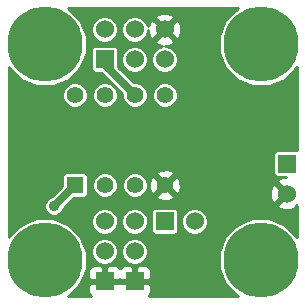
<source format=gbl>
G04 (created by PCBNEW (2013-04-19 BZR 4011)-stable) date 06/06/2013 13:50:22*
%MOIN*%
G04 Gerber Fmt 3.4, Leading zero omitted, Abs format*
%FSLAX34Y34*%
G01*
G70*
G90*
G04 APERTURE LIST*
%ADD10C,2.3622e-006*%
%ADD11R,0.055X0.055*%
%ADD12C,0.055*%
%ADD13R,0.06X0.06*%
%ADD14C,0.06*%
%ADD15C,0.25*%
%ADD16C,0.035*%
%ADD17C,0.025*%
%ADD18C,0.01*%
G04 APERTURE END LIST*
G54D10*
G54D11*
X13400Y-16100D03*
G54D12*
X14400Y-16100D03*
X15400Y-16100D03*
X16400Y-16100D03*
X16400Y-13100D03*
X15400Y-13100D03*
X14400Y-13100D03*
X13400Y-13100D03*
G54D13*
X14400Y-19300D03*
G54D14*
X14400Y-18300D03*
X14400Y-17300D03*
G54D13*
X15400Y-19300D03*
G54D14*
X15400Y-18300D03*
X15400Y-17300D03*
G54D13*
X16400Y-17300D03*
G54D14*
X17400Y-17300D03*
G54D13*
X20460Y-15380D03*
G54D14*
X20460Y-16380D03*
G54D13*
X14400Y-11900D03*
G54D14*
X14400Y-10900D03*
X15400Y-11900D03*
X15400Y-10900D03*
X16400Y-11900D03*
X16400Y-10900D03*
G54D15*
X12400Y-18600D03*
X19600Y-18600D03*
X19600Y-11400D03*
X12400Y-11400D03*
G54D16*
X12700Y-16800D03*
X18200Y-10400D03*
X16800Y-19500D03*
X11540Y-14700D03*
X19940Y-13120D03*
G54D17*
X14400Y-11900D02*
X14400Y-12100D01*
X14400Y-12100D02*
X15400Y-13100D01*
X12700Y-16800D02*
X13400Y-16100D01*
G54D10*
G36*
X20795Y-17826D02*
X20787Y-17807D01*
X20775Y-17795D01*
X20394Y-17413D01*
X19879Y-17200D01*
X19322Y-17199D01*
X18807Y-17412D01*
X18413Y-17805D01*
X18200Y-18320D01*
X18199Y-18877D01*
X18412Y-19392D01*
X18805Y-19786D01*
X18827Y-19795D01*
X17850Y-19795D01*
X17850Y-17210D01*
X17781Y-17045D01*
X17655Y-16918D01*
X17489Y-16850D01*
X17310Y-16849D01*
X17145Y-16918D01*
X17018Y-17044D01*
X16954Y-17198D01*
X16954Y-10981D01*
X16943Y-10763D01*
X16881Y-10612D01*
X16785Y-10584D01*
X16715Y-10655D01*
X16715Y-10514D01*
X16687Y-10418D01*
X16481Y-10345D01*
X16263Y-10356D01*
X16112Y-10418D01*
X16084Y-10514D01*
X16400Y-10829D01*
X16715Y-10514D01*
X16715Y-10655D01*
X16470Y-10900D01*
X16785Y-11215D01*
X16881Y-11187D01*
X16954Y-10981D01*
X16954Y-17198D01*
X16950Y-17210D01*
X16949Y-17389D01*
X17018Y-17554D01*
X17144Y-17681D01*
X17310Y-17749D01*
X17489Y-17750D01*
X17654Y-17681D01*
X17781Y-17555D01*
X17849Y-17389D01*
X17850Y-17210D01*
X17850Y-19795D01*
X16929Y-19795D01*
X16929Y-16175D01*
X16918Y-15967D01*
X16860Y-15827D01*
X16850Y-15824D01*
X16850Y-11810D01*
X16781Y-11645D01*
X16655Y-11518D01*
X16489Y-11450D01*
X16413Y-11450D01*
X16536Y-11443D01*
X16687Y-11381D01*
X16715Y-11285D01*
X16400Y-10970D01*
X16329Y-11041D01*
X16329Y-10900D01*
X16014Y-10584D01*
X15918Y-10612D01*
X15848Y-10807D01*
X15781Y-10645D01*
X15655Y-10518D01*
X15489Y-10450D01*
X15310Y-10449D01*
X15145Y-10518D01*
X15018Y-10644D01*
X14950Y-10810D01*
X14949Y-10989D01*
X15018Y-11154D01*
X15144Y-11281D01*
X15310Y-11349D01*
X15489Y-11350D01*
X15654Y-11281D01*
X15781Y-11155D01*
X15849Y-10989D01*
X15849Y-10913D01*
X15856Y-11036D01*
X15918Y-11187D01*
X16014Y-11215D01*
X16329Y-10900D01*
X16329Y-11041D01*
X16084Y-11285D01*
X16112Y-11381D01*
X16307Y-11451D01*
X16145Y-11518D01*
X16018Y-11644D01*
X15950Y-11810D01*
X15949Y-11989D01*
X16018Y-12154D01*
X16144Y-12281D01*
X16310Y-12349D01*
X16489Y-12350D01*
X16654Y-12281D01*
X16781Y-12155D01*
X16849Y-11989D01*
X16850Y-11810D01*
X16850Y-15824D01*
X16825Y-15817D01*
X16825Y-13015D01*
X16760Y-12859D01*
X16641Y-12739D01*
X16484Y-12675D01*
X16315Y-12674D01*
X16159Y-12739D01*
X16039Y-12858D01*
X15975Y-13015D01*
X15974Y-13184D01*
X16039Y-13340D01*
X16158Y-13460D01*
X16315Y-13524D01*
X16484Y-13525D01*
X16640Y-13460D01*
X16760Y-13341D01*
X16824Y-13184D01*
X16825Y-13015D01*
X16825Y-15817D01*
X16767Y-15802D01*
X16697Y-15873D01*
X16697Y-15732D01*
X16672Y-15639D01*
X16475Y-15570D01*
X16267Y-15581D01*
X16127Y-15639D01*
X16102Y-15732D01*
X16400Y-16029D01*
X16697Y-15732D01*
X16697Y-15873D01*
X16470Y-16100D01*
X16767Y-16397D01*
X16860Y-16372D01*
X16929Y-16175D01*
X16929Y-19795D01*
X16850Y-19795D01*
X16850Y-17570D01*
X16850Y-16970D01*
X16827Y-16915D01*
X16785Y-16872D01*
X16729Y-16850D01*
X16697Y-16849D01*
X16697Y-16467D01*
X16400Y-16170D01*
X16329Y-16241D01*
X16329Y-16100D01*
X16032Y-15802D01*
X15939Y-15827D01*
X15870Y-16024D01*
X15881Y-16232D01*
X15939Y-16372D01*
X16032Y-16397D01*
X16329Y-16100D01*
X16329Y-16241D01*
X16102Y-16467D01*
X16127Y-16560D01*
X16324Y-16629D01*
X16532Y-16618D01*
X16672Y-16560D01*
X16697Y-16467D01*
X16697Y-16849D01*
X16670Y-16849D01*
X16070Y-16849D01*
X16015Y-16872D01*
X15972Y-16914D01*
X15950Y-16970D01*
X15949Y-17029D01*
X15949Y-17629D01*
X15972Y-17684D01*
X16014Y-17727D01*
X16070Y-17749D01*
X16129Y-17750D01*
X16729Y-17750D01*
X16784Y-17727D01*
X16827Y-17685D01*
X16849Y-17629D01*
X16850Y-17570D01*
X16850Y-19795D01*
X15858Y-19795D01*
X15912Y-19741D01*
X15950Y-19649D01*
X15950Y-18950D01*
X15912Y-18858D01*
X15850Y-18796D01*
X15850Y-18210D01*
X15850Y-17210D01*
X15850Y-11810D01*
X15781Y-11645D01*
X15655Y-11518D01*
X15489Y-11450D01*
X15310Y-11449D01*
X15145Y-11518D01*
X15018Y-11644D01*
X14950Y-11810D01*
X14949Y-11989D01*
X15018Y-12154D01*
X15144Y-12281D01*
X15310Y-12349D01*
X15489Y-12350D01*
X15654Y-12281D01*
X15781Y-12155D01*
X15849Y-11989D01*
X15850Y-11810D01*
X15850Y-17210D01*
X15825Y-17150D01*
X15825Y-16015D01*
X15825Y-13015D01*
X15760Y-12859D01*
X15641Y-12739D01*
X15484Y-12675D01*
X15363Y-12674D01*
X14850Y-12161D01*
X14850Y-10810D01*
X14781Y-10645D01*
X14655Y-10518D01*
X14489Y-10450D01*
X14310Y-10449D01*
X14145Y-10518D01*
X14018Y-10644D01*
X13950Y-10810D01*
X13949Y-10989D01*
X14018Y-11154D01*
X14144Y-11281D01*
X14310Y-11349D01*
X14489Y-11350D01*
X14654Y-11281D01*
X14781Y-11155D01*
X14849Y-10989D01*
X14850Y-10810D01*
X14850Y-12161D01*
X14850Y-12161D01*
X14850Y-11570D01*
X14827Y-11515D01*
X14785Y-11472D01*
X14729Y-11450D01*
X14670Y-11449D01*
X14070Y-11449D01*
X14015Y-11472D01*
X13972Y-11514D01*
X13950Y-11570D01*
X13949Y-11629D01*
X13949Y-12229D01*
X13972Y-12284D01*
X14014Y-12327D01*
X14070Y-12349D01*
X14129Y-12350D01*
X14261Y-12350D01*
X14975Y-13063D01*
X14974Y-13184D01*
X15039Y-13340D01*
X15158Y-13460D01*
X15315Y-13524D01*
X15484Y-13525D01*
X15640Y-13460D01*
X15760Y-13341D01*
X15824Y-13184D01*
X15825Y-13015D01*
X15825Y-16015D01*
X15760Y-15859D01*
X15641Y-15739D01*
X15484Y-15675D01*
X15315Y-15674D01*
X15159Y-15739D01*
X15039Y-15858D01*
X14975Y-16015D01*
X14974Y-16184D01*
X15039Y-16340D01*
X15158Y-16460D01*
X15315Y-16524D01*
X15484Y-16525D01*
X15640Y-16460D01*
X15760Y-16341D01*
X15824Y-16184D01*
X15825Y-16015D01*
X15825Y-17150D01*
X15781Y-17045D01*
X15655Y-16918D01*
X15489Y-16850D01*
X15310Y-16849D01*
X15145Y-16918D01*
X15018Y-17044D01*
X14950Y-17210D01*
X14949Y-17389D01*
X15018Y-17554D01*
X15144Y-17681D01*
X15310Y-17749D01*
X15489Y-17750D01*
X15654Y-17681D01*
X15781Y-17555D01*
X15849Y-17389D01*
X15850Y-17210D01*
X15850Y-18210D01*
X15781Y-18045D01*
X15655Y-17918D01*
X15489Y-17850D01*
X15310Y-17849D01*
X15145Y-17918D01*
X15018Y-18044D01*
X14950Y-18210D01*
X14949Y-18389D01*
X15018Y-18554D01*
X15144Y-18681D01*
X15310Y-18749D01*
X15489Y-18750D01*
X15654Y-18681D01*
X15781Y-18555D01*
X15849Y-18389D01*
X15850Y-18210D01*
X15850Y-18796D01*
X15841Y-18788D01*
X15749Y-18750D01*
X15650Y-18749D01*
X15512Y-18750D01*
X15450Y-18812D01*
X15450Y-19250D01*
X15887Y-19250D01*
X15950Y-19187D01*
X15950Y-18950D01*
X15950Y-19649D01*
X15950Y-19412D01*
X15887Y-19350D01*
X15450Y-19350D01*
X15450Y-19357D01*
X15350Y-19357D01*
X15350Y-19350D01*
X15350Y-19250D01*
X15350Y-18812D01*
X15287Y-18750D01*
X15149Y-18749D01*
X15050Y-18750D01*
X14958Y-18788D01*
X14900Y-18846D01*
X14850Y-18796D01*
X14850Y-18210D01*
X14850Y-17210D01*
X14825Y-17150D01*
X14825Y-16015D01*
X14825Y-13015D01*
X14760Y-12859D01*
X14641Y-12739D01*
X14484Y-12675D01*
X14315Y-12674D01*
X14159Y-12739D01*
X14039Y-12858D01*
X13975Y-13015D01*
X13974Y-13184D01*
X14039Y-13340D01*
X14158Y-13460D01*
X14315Y-13524D01*
X14484Y-13525D01*
X14640Y-13460D01*
X14760Y-13341D01*
X14824Y-13184D01*
X14825Y-13015D01*
X14825Y-16015D01*
X14760Y-15859D01*
X14641Y-15739D01*
X14484Y-15675D01*
X14315Y-15674D01*
X14159Y-15739D01*
X14039Y-15858D01*
X13975Y-16015D01*
X13974Y-16184D01*
X14039Y-16340D01*
X14158Y-16460D01*
X14315Y-16524D01*
X14484Y-16525D01*
X14640Y-16460D01*
X14760Y-16341D01*
X14824Y-16184D01*
X14825Y-16015D01*
X14825Y-17150D01*
X14781Y-17045D01*
X14655Y-16918D01*
X14489Y-16850D01*
X14310Y-16849D01*
X14145Y-16918D01*
X14018Y-17044D01*
X13950Y-17210D01*
X13949Y-17389D01*
X14018Y-17554D01*
X14144Y-17681D01*
X14310Y-17749D01*
X14489Y-17750D01*
X14654Y-17681D01*
X14781Y-17555D01*
X14849Y-17389D01*
X14850Y-17210D01*
X14850Y-18210D01*
X14781Y-18045D01*
X14655Y-17918D01*
X14489Y-17850D01*
X14310Y-17849D01*
X14145Y-17918D01*
X14018Y-18044D01*
X13950Y-18210D01*
X13949Y-18389D01*
X14018Y-18554D01*
X14144Y-18681D01*
X14310Y-18749D01*
X14489Y-18750D01*
X14654Y-18681D01*
X14781Y-18555D01*
X14849Y-18389D01*
X14850Y-18210D01*
X14850Y-18796D01*
X14841Y-18788D01*
X14749Y-18750D01*
X14650Y-18749D01*
X14512Y-18750D01*
X14450Y-18812D01*
X14450Y-19250D01*
X14887Y-19250D01*
X14900Y-19237D01*
X14912Y-19250D01*
X15350Y-19250D01*
X15350Y-19350D01*
X14912Y-19350D01*
X14900Y-19362D01*
X14887Y-19350D01*
X14450Y-19350D01*
X14450Y-19357D01*
X14350Y-19357D01*
X14350Y-19350D01*
X14350Y-19250D01*
X14350Y-18812D01*
X14287Y-18750D01*
X14149Y-18749D01*
X14050Y-18750D01*
X13958Y-18788D01*
X13887Y-18858D01*
X13849Y-18950D01*
X13850Y-19187D01*
X13912Y-19250D01*
X14350Y-19250D01*
X14350Y-19350D01*
X13912Y-19350D01*
X13850Y-19412D01*
X13849Y-19649D01*
X13887Y-19741D01*
X13941Y-19795D01*
X13825Y-19795D01*
X13825Y-13015D01*
X13760Y-12859D01*
X13641Y-12739D01*
X13484Y-12675D01*
X13315Y-12674D01*
X13159Y-12739D01*
X13039Y-12858D01*
X12975Y-13015D01*
X12974Y-13184D01*
X13039Y-13340D01*
X13158Y-13460D01*
X13315Y-13524D01*
X13484Y-13525D01*
X13640Y-13460D01*
X13760Y-13341D01*
X13824Y-13184D01*
X13825Y-13015D01*
X13825Y-19795D01*
X13825Y-19795D01*
X13825Y-16345D01*
X13825Y-15795D01*
X13802Y-15740D01*
X13760Y-15697D01*
X13704Y-15675D01*
X13645Y-15674D01*
X13095Y-15674D01*
X13040Y-15697D01*
X12997Y-15739D01*
X12975Y-15795D01*
X12974Y-15854D01*
X12974Y-16136D01*
X12636Y-16474D01*
X12635Y-16474D01*
X12516Y-16524D01*
X12424Y-16615D01*
X12375Y-16735D01*
X12374Y-16864D01*
X12424Y-16983D01*
X12515Y-17075D01*
X12635Y-17124D01*
X12764Y-17125D01*
X12883Y-17075D01*
X12975Y-16984D01*
X13024Y-16864D01*
X13024Y-16863D01*
X13363Y-16525D01*
X13704Y-16525D01*
X13759Y-16502D01*
X13802Y-16460D01*
X13824Y-16404D01*
X13825Y-16345D01*
X13825Y-19795D01*
X13173Y-19795D01*
X13192Y-19787D01*
X13586Y-19394D01*
X13799Y-18879D01*
X13800Y-18322D01*
X13587Y-17807D01*
X13194Y-17413D01*
X12679Y-17200D01*
X12122Y-17199D01*
X11607Y-17412D01*
X11213Y-17805D01*
X11205Y-17827D01*
X11205Y-12173D01*
X11212Y-12192D01*
X11605Y-12586D01*
X12120Y-12799D01*
X12677Y-12800D01*
X13192Y-12587D01*
X13586Y-12194D01*
X13799Y-11679D01*
X13800Y-11122D01*
X13587Y-10607D01*
X13194Y-10213D01*
X13172Y-10205D01*
X18826Y-10205D01*
X18807Y-10212D01*
X18413Y-10605D01*
X18200Y-11120D01*
X18199Y-11677D01*
X18412Y-12192D01*
X18805Y-12586D01*
X19320Y-12799D01*
X19877Y-12800D01*
X20392Y-12587D01*
X20786Y-12194D01*
X20795Y-12172D01*
X20795Y-14932D01*
X20789Y-14930D01*
X20730Y-14929D01*
X20130Y-14929D01*
X20075Y-14952D01*
X20032Y-14994D01*
X20010Y-15050D01*
X20009Y-15109D01*
X20009Y-15709D01*
X20032Y-15764D01*
X20074Y-15807D01*
X20130Y-15829D01*
X20189Y-15830D01*
X20445Y-15830D01*
X20323Y-15836D01*
X20172Y-15898D01*
X20144Y-15994D01*
X20460Y-16309D01*
X20465Y-16303D01*
X20536Y-16374D01*
X20530Y-16380D01*
X20536Y-16385D01*
X20465Y-16456D01*
X20460Y-16450D01*
X20389Y-16521D01*
X20389Y-16380D01*
X20074Y-16064D01*
X19978Y-16092D01*
X19905Y-16298D01*
X19916Y-16516D01*
X19978Y-16667D01*
X20074Y-16695D01*
X20389Y-16380D01*
X20389Y-16521D01*
X20144Y-16765D01*
X20172Y-16861D01*
X20378Y-16934D01*
X20596Y-16923D01*
X20747Y-16861D01*
X20775Y-16765D01*
X20775Y-16765D01*
X20795Y-16785D01*
X20795Y-17826D01*
X20795Y-17826D01*
G37*
G54D18*
X20795Y-17826D02*
X20787Y-17807D01*
X20775Y-17795D01*
X20394Y-17413D01*
X19879Y-17200D01*
X19322Y-17199D01*
X18807Y-17412D01*
X18413Y-17805D01*
X18200Y-18320D01*
X18199Y-18877D01*
X18412Y-19392D01*
X18805Y-19786D01*
X18827Y-19795D01*
X17850Y-19795D01*
X17850Y-17210D01*
X17781Y-17045D01*
X17655Y-16918D01*
X17489Y-16850D01*
X17310Y-16849D01*
X17145Y-16918D01*
X17018Y-17044D01*
X16954Y-17198D01*
X16954Y-10981D01*
X16943Y-10763D01*
X16881Y-10612D01*
X16785Y-10584D01*
X16715Y-10655D01*
X16715Y-10514D01*
X16687Y-10418D01*
X16481Y-10345D01*
X16263Y-10356D01*
X16112Y-10418D01*
X16084Y-10514D01*
X16400Y-10829D01*
X16715Y-10514D01*
X16715Y-10655D01*
X16470Y-10900D01*
X16785Y-11215D01*
X16881Y-11187D01*
X16954Y-10981D01*
X16954Y-17198D01*
X16950Y-17210D01*
X16949Y-17389D01*
X17018Y-17554D01*
X17144Y-17681D01*
X17310Y-17749D01*
X17489Y-17750D01*
X17654Y-17681D01*
X17781Y-17555D01*
X17849Y-17389D01*
X17850Y-17210D01*
X17850Y-19795D01*
X16929Y-19795D01*
X16929Y-16175D01*
X16918Y-15967D01*
X16860Y-15827D01*
X16850Y-15824D01*
X16850Y-11810D01*
X16781Y-11645D01*
X16655Y-11518D01*
X16489Y-11450D01*
X16413Y-11450D01*
X16536Y-11443D01*
X16687Y-11381D01*
X16715Y-11285D01*
X16400Y-10970D01*
X16329Y-11041D01*
X16329Y-10900D01*
X16014Y-10584D01*
X15918Y-10612D01*
X15848Y-10807D01*
X15781Y-10645D01*
X15655Y-10518D01*
X15489Y-10450D01*
X15310Y-10449D01*
X15145Y-10518D01*
X15018Y-10644D01*
X14950Y-10810D01*
X14949Y-10989D01*
X15018Y-11154D01*
X15144Y-11281D01*
X15310Y-11349D01*
X15489Y-11350D01*
X15654Y-11281D01*
X15781Y-11155D01*
X15849Y-10989D01*
X15849Y-10913D01*
X15856Y-11036D01*
X15918Y-11187D01*
X16014Y-11215D01*
X16329Y-10900D01*
X16329Y-11041D01*
X16084Y-11285D01*
X16112Y-11381D01*
X16307Y-11451D01*
X16145Y-11518D01*
X16018Y-11644D01*
X15950Y-11810D01*
X15949Y-11989D01*
X16018Y-12154D01*
X16144Y-12281D01*
X16310Y-12349D01*
X16489Y-12350D01*
X16654Y-12281D01*
X16781Y-12155D01*
X16849Y-11989D01*
X16850Y-11810D01*
X16850Y-15824D01*
X16825Y-15817D01*
X16825Y-13015D01*
X16760Y-12859D01*
X16641Y-12739D01*
X16484Y-12675D01*
X16315Y-12674D01*
X16159Y-12739D01*
X16039Y-12858D01*
X15975Y-13015D01*
X15974Y-13184D01*
X16039Y-13340D01*
X16158Y-13460D01*
X16315Y-13524D01*
X16484Y-13525D01*
X16640Y-13460D01*
X16760Y-13341D01*
X16824Y-13184D01*
X16825Y-13015D01*
X16825Y-15817D01*
X16767Y-15802D01*
X16697Y-15873D01*
X16697Y-15732D01*
X16672Y-15639D01*
X16475Y-15570D01*
X16267Y-15581D01*
X16127Y-15639D01*
X16102Y-15732D01*
X16400Y-16029D01*
X16697Y-15732D01*
X16697Y-15873D01*
X16470Y-16100D01*
X16767Y-16397D01*
X16860Y-16372D01*
X16929Y-16175D01*
X16929Y-19795D01*
X16850Y-19795D01*
X16850Y-17570D01*
X16850Y-16970D01*
X16827Y-16915D01*
X16785Y-16872D01*
X16729Y-16850D01*
X16697Y-16849D01*
X16697Y-16467D01*
X16400Y-16170D01*
X16329Y-16241D01*
X16329Y-16100D01*
X16032Y-15802D01*
X15939Y-15827D01*
X15870Y-16024D01*
X15881Y-16232D01*
X15939Y-16372D01*
X16032Y-16397D01*
X16329Y-16100D01*
X16329Y-16241D01*
X16102Y-16467D01*
X16127Y-16560D01*
X16324Y-16629D01*
X16532Y-16618D01*
X16672Y-16560D01*
X16697Y-16467D01*
X16697Y-16849D01*
X16670Y-16849D01*
X16070Y-16849D01*
X16015Y-16872D01*
X15972Y-16914D01*
X15950Y-16970D01*
X15949Y-17029D01*
X15949Y-17629D01*
X15972Y-17684D01*
X16014Y-17727D01*
X16070Y-17749D01*
X16129Y-17750D01*
X16729Y-17750D01*
X16784Y-17727D01*
X16827Y-17685D01*
X16849Y-17629D01*
X16850Y-17570D01*
X16850Y-19795D01*
X15858Y-19795D01*
X15912Y-19741D01*
X15950Y-19649D01*
X15950Y-18950D01*
X15912Y-18858D01*
X15850Y-18796D01*
X15850Y-18210D01*
X15850Y-17210D01*
X15850Y-11810D01*
X15781Y-11645D01*
X15655Y-11518D01*
X15489Y-11450D01*
X15310Y-11449D01*
X15145Y-11518D01*
X15018Y-11644D01*
X14950Y-11810D01*
X14949Y-11989D01*
X15018Y-12154D01*
X15144Y-12281D01*
X15310Y-12349D01*
X15489Y-12350D01*
X15654Y-12281D01*
X15781Y-12155D01*
X15849Y-11989D01*
X15850Y-11810D01*
X15850Y-17210D01*
X15825Y-17150D01*
X15825Y-16015D01*
X15825Y-13015D01*
X15760Y-12859D01*
X15641Y-12739D01*
X15484Y-12675D01*
X15363Y-12674D01*
X14850Y-12161D01*
X14850Y-10810D01*
X14781Y-10645D01*
X14655Y-10518D01*
X14489Y-10450D01*
X14310Y-10449D01*
X14145Y-10518D01*
X14018Y-10644D01*
X13950Y-10810D01*
X13949Y-10989D01*
X14018Y-11154D01*
X14144Y-11281D01*
X14310Y-11349D01*
X14489Y-11350D01*
X14654Y-11281D01*
X14781Y-11155D01*
X14849Y-10989D01*
X14850Y-10810D01*
X14850Y-12161D01*
X14850Y-12161D01*
X14850Y-11570D01*
X14827Y-11515D01*
X14785Y-11472D01*
X14729Y-11450D01*
X14670Y-11449D01*
X14070Y-11449D01*
X14015Y-11472D01*
X13972Y-11514D01*
X13950Y-11570D01*
X13949Y-11629D01*
X13949Y-12229D01*
X13972Y-12284D01*
X14014Y-12327D01*
X14070Y-12349D01*
X14129Y-12350D01*
X14261Y-12350D01*
X14975Y-13063D01*
X14974Y-13184D01*
X15039Y-13340D01*
X15158Y-13460D01*
X15315Y-13524D01*
X15484Y-13525D01*
X15640Y-13460D01*
X15760Y-13341D01*
X15824Y-13184D01*
X15825Y-13015D01*
X15825Y-16015D01*
X15760Y-15859D01*
X15641Y-15739D01*
X15484Y-15675D01*
X15315Y-15674D01*
X15159Y-15739D01*
X15039Y-15858D01*
X14975Y-16015D01*
X14974Y-16184D01*
X15039Y-16340D01*
X15158Y-16460D01*
X15315Y-16524D01*
X15484Y-16525D01*
X15640Y-16460D01*
X15760Y-16341D01*
X15824Y-16184D01*
X15825Y-16015D01*
X15825Y-17150D01*
X15781Y-17045D01*
X15655Y-16918D01*
X15489Y-16850D01*
X15310Y-16849D01*
X15145Y-16918D01*
X15018Y-17044D01*
X14950Y-17210D01*
X14949Y-17389D01*
X15018Y-17554D01*
X15144Y-17681D01*
X15310Y-17749D01*
X15489Y-17750D01*
X15654Y-17681D01*
X15781Y-17555D01*
X15849Y-17389D01*
X15850Y-17210D01*
X15850Y-18210D01*
X15781Y-18045D01*
X15655Y-17918D01*
X15489Y-17850D01*
X15310Y-17849D01*
X15145Y-17918D01*
X15018Y-18044D01*
X14950Y-18210D01*
X14949Y-18389D01*
X15018Y-18554D01*
X15144Y-18681D01*
X15310Y-18749D01*
X15489Y-18750D01*
X15654Y-18681D01*
X15781Y-18555D01*
X15849Y-18389D01*
X15850Y-18210D01*
X15850Y-18796D01*
X15841Y-18788D01*
X15749Y-18750D01*
X15650Y-18749D01*
X15512Y-18750D01*
X15450Y-18812D01*
X15450Y-19250D01*
X15887Y-19250D01*
X15950Y-19187D01*
X15950Y-18950D01*
X15950Y-19649D01*
X15950Y-19412D01*
X15887Y-19350D01*
X15450Y-19350D01*
X15450Y-19357D01*
X15350Y-19357D01*
X15350Y-19350D01*
X15350Y-19250D01*
X15350Y-18812D01*
X15287Y-18750D01*
X15149Y-18749D01*
X15050Y-18750D01*
X14958Y-18788D01*
X14900Y-18846D01*
X14850Y-18796D01*
X14850Y-18210D01*
X14850Y-17210D01*
X14825Y-17150D01*
X14825Y-16015D01*
X14825Y-13015D01*
X14760Y-12859D01*
X14641Y-12739D01*
X14484Y-12675D01*
X14315Y-12674D01*
X14159Y-12739D01*
X14039Y-12858D01*
X13975Y-13015D01*
X13974Y-13184D01*
X14039Y-13340D01*
X14158Y-13460D01*
X14315Y-13524D01*
X14484Y-13525D01*
X14640Y-13460D01*
X14760Y-13341D01*
X14824Y-13184D01*
X14825Y-13015D01*
X14825Y-16015D01*
X14760Y-15859D01*
X14641Y-15739D01*
X14484Y-15675D01*
X14315Y-15674D01*
X14159Y-15739D01*
X14039Y-15858D01*
X13975Y-16015D01*
X13974Y-16184D01*
X14039Y-16340D01*
X14158Y-16460D01*
X14315Y-16524D01*
X14484Y-16525D01*
X14640Y-16460D01*
X14760Y-16341D01*
X14824Y-16184D01*
X14825Y-16015D01*
X14825Y-17150D01*
X14781Y-17045D01*
X14655Y-16918D01*
X14489Y-16850D01*
X14310Y-16849D01*
X14145Y-16918D01*
X14018Y-17044D01*
X13950Y-17210D01*
X13949Y-17389D01*
X14018Y-17554D01*
X14144Y-17681D01*
X14310Y-17749D01*
X14489Y-17750D01*
X14654Y-17681D01*
X14781Y-17555D01*
X14849Y-17389D01*
X14850Y-17210D01*
X14850Y-18210D01*
X14781Y-18045D01*
X14655Y-17918D01*
X14489Y-17850D01*
X14310Y-17849D01*
X14145Y-17918D01*
X14018Y-18044D01*
X13950Y-18210D01*
X13949Y-18389D01*
X14018Y-18554D01*
X14144Y-18681D01*
X14310Y-18749D01*
X14489Y-18750D01*
X14654Y-18681D01*
X14781Y-18555D01*
X14849Y-18389D01*
X14850Y-18210D01*
X14850Y-18796D01*
X14841Y-18788D01*
X14749Y-18750D01*
X14650Y-18749D01*
X14512Y-18750D01*
X14450Y-18812D01*
X14450Y-19250D01*
X14887Y-19250D01*
X14900Y-19237D01*
X14912Y-19250D01*
X15350Y-19250D01*
X15350Y-19350D01*
X14912Y-19350D01*
X14900Y-19362D01*
X14887Y-19350D01*
X14450Y-19350D01*
X14450Y-19357D01*
X14350Y-19357D01*
X14350Y-19350D01*
X14350Y-19250D01*
X14350Y-18812D01*
X14287Y-18750D01*
X14149Y-18749D01*
X14050Y-18750D01*
X13958Y-18788D01*
X13887Y-18858D01*
X13849Y-18950D01*
X13850Y-19187D01*
X13912Y-19250D01*
X14350Y-19250D01*
X14350Y-19350D01*
X13912Y-19350D01*
X13850Y-19412D01*
X13849Y-19649D01*
X13887Y-19741D01*
X13941Y-19795D01*
X13825Y-19795D01*
X13825Y-13015D01*
X13760Y-12859D01*
X13641Y-12739D01*
X13484Y-12675D01*
X13315Y-12674D01*
X13159Y-12739D01*
X13039Y-12858D01*
X12975Y-13015D01*
X12974Y-13184D01*
X13039Y-13340D01*
X13158Y-13460D01*
X13315Y-13524D01*
X13484Y-13525D01*
X13640Y-13460D01*
X13760Y-13341D01*
X13824Y-13184D01*
X13825Y-13015D01*
X13825Y-19795D01*
X13825Y-19795D01*
X13825Y-16345D01*
X13825Y-15795D01*
X13802Y-15740D01*
X13760Y-15697D01*
X13704Y-15675D01*
X13645Y-15674D01*
X13095Y-15674D01*
X13040Y-15697D01*
X12997Y-15739D01*
X12975Y-15795D01*
X12974Y-15854D01*
X12974Y-16136D01*
X12636Y-16474D01*
X12635Y-16474D01*
X12516Y-16524D01*
X12424Y-16615D01*
X12375Y-16735D01*
X12374Y-16864D01*
X12424Y-16983D01*
X12515Y-17075D01*
X12635Y-17124D01*
X12764Y-17125D01*
X12883Y-17075D01*
X12975Y-16984D01*
X13024Y-16864D01*
X13024Y-16863D01*
X13363Y-16525D01*
X13704Y-16525D01*
X13759Y-16502D01*
X13802Y-16460D01*
X13824Y-16404D01*
X13825Y-16345D01*
X13825Y-19795D01*
X13173Y-19795D01*
X13192Y-19787D01*
X13586Y-19394D01*
X13799Y-18879D01*
X13800Y-18322D01*
X13587Y-17807D01*
X13194Y-17413D01*
X12679Y-17200D01*
X12122Y-17199D01*
X11607Y-17412D01*
X11213Y-17805D01*
X11205Y-17827D01*
X11205Y-12173D01*
X11212Y-12192D01*
X11605Y-12586D01*
X12120Y-12799D01*
X12677Y-12800D01*
X13192Y-12587D01*
X13586Y-12194D01*
X13799Y-11679D01*
X13800Y-11122D01*
X13587Y-10607D01*
X13194Y-10213D01*
X13172Y-10205D01*
X18826Y-10205D01*
X18807Y-10212D01*
X18413Y-10605D01*
X18200Y-11120D01*
X18199Y-11677D01*
X18412Y-12192D01*
X18805Y-12586D01*
X19320Y-12799D01*
X19877Y-12800D01*
X20392Y-12587D01*
X20786Y-12194D01*
X20795Y-12172D01*
X20795Y-14932D01*
X20789Y-14930D01*
X20730Y-14929D01*
X20130Y-14929D01*
X20075Y-14952D01*
X20032Y-14994D01*
X20010Y-15050D01*
X20009Y-15109D01*
X20009Y-15709D01*
X20032Y-15764D01*
X20074Y-15807D01*
X20130Y-15829D01*
X20189Y-15830D01*
X20445Y-15830D01*
X20323Y-15836D01*
X20172Y-15898D01*
X20144Y-15994D01*
X20460Y-16309D01*
X20465Y-16303D01*
X20536Y-16374D01*
X20530Y-16380D01*
X20536Y-16385D01*
X20465Y-16456D01*
X20460Y-16450D01*
X20389Y-16521D01*
X20389Y-16380D01*
X20074Y-16064D01*
X19978Y-16092D01*
X19905Y-16298D01*
X19916Y-16516D01*
X19978Y-16667D01*
X20074Y-16695D01*
X20389Y-16380D01*
X20389Y-16521D01*
X20144Y-16765D01*
X20172Y-16861D01*
X20378Y-16934D01*
X20596Y-16923D01*
X20747Y-16861D01*
X20775Y-16765D01*
X20775Y-16765D01*
X20795Y-16785D01*
X20795Y-17826D01*
M02*

</source>
